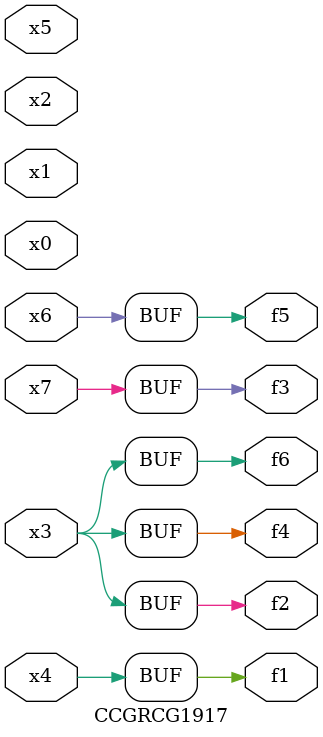
<source format=v>
module CCGRCG1917(
	input x0, x1, x2, x3, x4, x5, x6, x7,
	output f1, f2, f3, f4, f5, f6
);
	assign f1 = x4;
	assign f2 = x3;
	assign f3 = x7;
	assign f4 = x3;
	assign f5 = x6;
	assign f6 = x3;
endmodule

</source>
